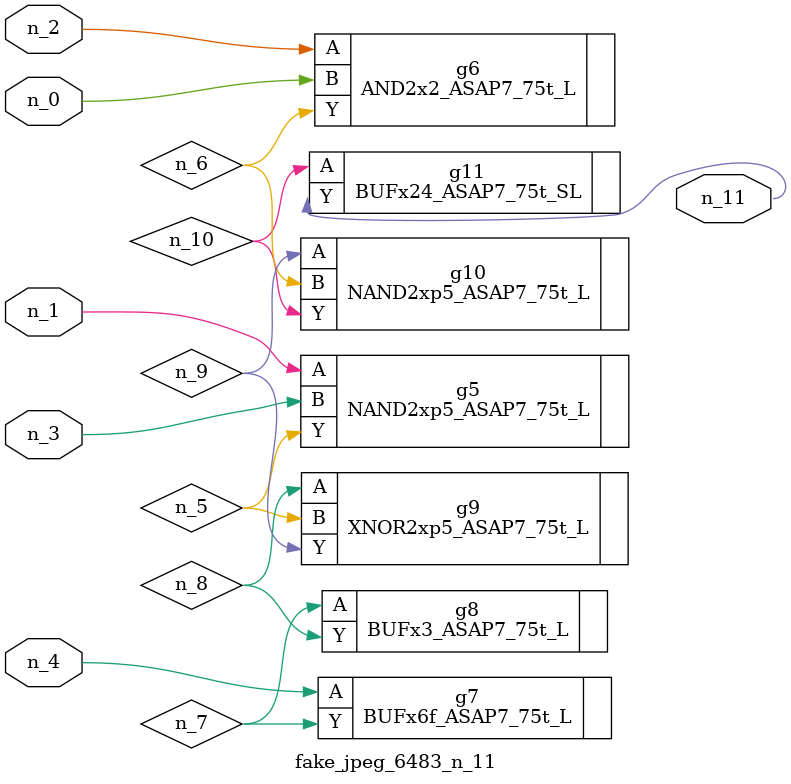
<source format=v>
module fake_jpeg_6483_n_11 (n_3, n_2, n_1, n_0, n_4, n_11);

input n_3;
input n_2;
input n_1;
input n_0;
input n_4;

output n_11;

wire n_10;
wire n_8;
wire n_9;
wire n_6;
wire n_5;
wire n_7;

NAND2xp5_ASAP7_75t_L g5 ( 
.A(n_1),
.B(n_3),
.Y(n_5)
);

AND2x2_ASAP7_75t_L g6 ( 
.A(n_2),
.B(n_0),
.Y(n_6)
);

BUFx6f_ASAP7_75t_L g7 ( 
.A(n_4),
.Y(n_7)
);

BUFx3_ASAP7_75t_L g8 ( 
.A(n_7),
.Y(n_8)
);

XNOR2xp5_ASAP7_75t_L g9 ( 
.A(n_8),
.B(n_5),
.Y(n_9)
);

NAND2xp5_ASAP7_75t_L g10 ( 
.A(n_9),
.B(n_6),
.Y(n_10)
);

BUFx24_ASAP7_75t_SL g11 ( 
.A(n_10),
.Y(n_11)
);


endmodule
</source>
